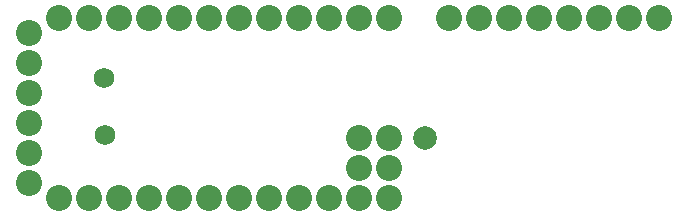
<source format=gbs>
%FSTAX24Y24*%
%MOIN*%
%SFA1B1*%

%IPPOS*%
%ADD82C,0.068000*%
%ADD83C,0.078900*%
%ADD84C,0.086700*%
%LNmain-1*%
%LPD*%
G54D82*
X01123Y043258D03*
X01127Y041348D03*
G54D83*
X021929Y04125D03*
G54D84*
X01975Y04025D03*
Y04125D03*
X02075D03*
Y04025D03*
X02475Y04525D03*
X02375D03*
X02675D03*
X02775D03*
X02875D03*
X02075D03*
X01975D03*
X01875D03*
X01775D03*
X01675D03*
X01575D03*
X01475D03*
X01375D03*
X01275D03*
X01175D03*
X01075D03*
Y03925D03*
X01175D03*
X01275D03*
X01375D03*
X01475D03*
X01575D03*
X01675D03*
X01775D03*
X01875D03*
X01975D03*
X02075D03*
X00975Y04525D03*
Y03925D03*
X00875Y04475D03*
Y04375D03*
Y04275D03*
Y04175D03*
Y04075D03*
Y03975D03*
X02275Y04525D03*
X02575D03*
X02975D03*
M02*
</source>
